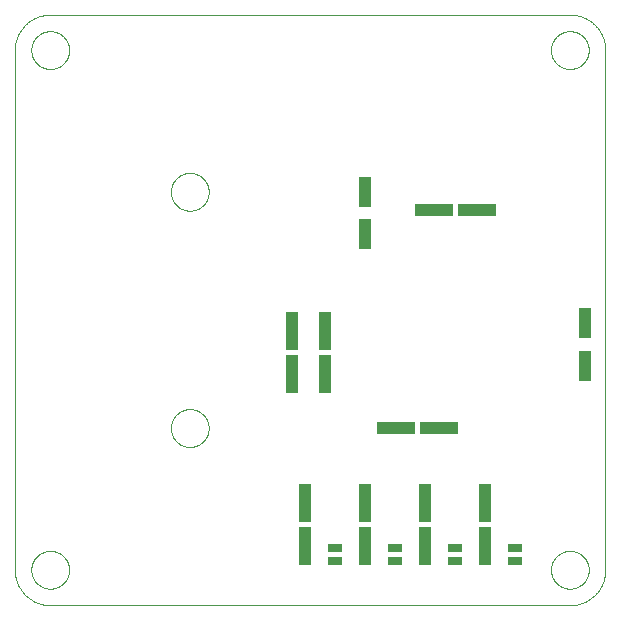
<source format=gtp>
G75*
%MOIN*%
%OFA0B0*%
%FSLAX25Y25*%
%IPPOS*%
%LPD*%
%AMOC8*
5,1,8,0,0,1.08239X$1,22.5*
%
%ADD10C,0.00000*%
%ADD11R,0.03937X0.10236*%
%ADD12R,0.12598X0.03937*%
%ADD13R,0.03937X0.12598*%
%ADD14R,0.04724X0.03150*%
D10*
X0046801Y0017535D02*
X0046801Y0190764D01*
X0052313Y0190764D02*
X0052315Y0190922D01*
X0052321Y0191080D01*
X0052331Y0191238D01*
X0052345Y0191396D01*
X0052363Y0191553D01*
X0052384Y0191710D01*
X0052410Y0191866D01*
X0052440Y0192022D01*
X0052473Y0192177D01*
X0052511Y0192330D01*
X0052552Y0192483D01*
X0052597Y0192635D01*
X0052646Y0192786D01*
X0052699Y0192935D01*
X0052755Y0193083D01*
X0052815Y0193229D01*
X0052879Y0193374D01*
X0052947Y0193517D01*
X0053018Y0193659D01*
X0053092Y0193799D01*
X0053170Y0193936D01*
X0053252Y0194072D01*
X0053336Y0194206D01*
X0053425Y0194337D01*
X0053516Y0194466D01*
X0053611Y0194593D01*
X0053708Y0194718D01*
X0053809Y0194840D01*
X0053913Y0194959D01*
X0054020Y0195076D01*
X0054130Y0195190D01*
X0054243Y0195301D01*
X0054358Y0195410D01*
X0054476Y0195515D01*
X0054597Y0195617D01*
X0054720Y0195717D01*
X0054846Y0195813D01*
X0054974Y0195906D01*
X0055104Y0195996D01*
X0055237Y0196082D01*
X0055372Y0196166D01*
X0055508Y0196245D01*
X0055647Y0196322D01*
X0055788Y0196394D01*
X0055930Y0196464D01*
X0056074Y0196529D01*
X0056220Y0196591D01*
X0056367Y0196649D01*
X0056516Y0196704D01*
X0056666Y0196755D01*
X0056817Y0196802D01*
X0056969Y0196845D01*
X0057122Y0196884D01*
X0057277Y0196920D01*
X0057432Y0196951D01*
X0057588Y0196979D01*
X0057744Y0197003D01*
X0057901Y0197023D01*
X0058059Y0197039D01*
X0058216Y0197051D01*
X0058375Y0197059D01*
X0058533Y0197063D01*
X0058691Y0197063D01*
X0058849Y0197059D01*
X0059008Y0197051D01*
X0059165Y0197039D01*
X0059323Y0197023D01*
X0059480Y0197003D01*
X0059636Y0196979D01*
X0059792Y0196951D01*
X0059947Y0196920D01*
X0060102Y0196884D01*
X0060255Y0196845D01*
X0060407Y0196802D01*
X0060558Y0196755D01*
X0060708Y0196704D01*
X0060857Y0196649D01*
X0061004Y0196591D01*
X0061150Y0196529D01*
X0061294Y0196464D01*
X0061436Y0196394D01*
X0061577Y0196322D01*
X0061716Y0196245D01*
X0061852Y0196166D01*
X0061987Y0196082D01*
X0062120Y0195996D01*
X0062250Y0195906D01*
X0062378Y0195813D01*
X0062504Y0195717D01*
X0062627Y0195617D01*
X0062748Y0195515D01*
X0062866Y0195410D01*
X0062981Y0195301D01*
X0063094Y0195190D01*
X0063204Y0195076D01*
X0063311Y0194959D01*
X0063415Y0194840D01*
X0063516Y0194718D01*
X0063613Y0194593D01*
X0063708Y0194466D01*
X0063799Y0194337D01*
X0063888Y0194206D01*
X0063972Y0194072D01*
X0064054Y0193936D01*
X0064132Y0193799D01*
X0064206Y0193659D01*
X0064277Y0193517D01*
X0064345Y0193374D01*
X0064409Y0193229D01*
X0064469Y0193083D01*
X0064525Y0192935D01*
X0064578Y0192786D01*
X0064627Y0192635D01*
X0064672Y0192483D01*
X0064713Y0192330D01*
X0064751Y0192177D01*
X0064784Y0192022D01*
X0064814Y0191866D01*
X0064840Y0191710D01*
X0064861Y0191553D01*
X0064879Y0191396D01*
X0064893Y0191238D01*
X0064903Y0191080D01*
X0064909Y0190922D01*
X0064911Y0190764D01*
X0064909Y0190606D01*
X0064903Y0190448D01*
X0064893Y0190290D01*
X0064879Y0190132D01*
X0064861Y0189975D01*
X0064840Y0189818D01*
X0064814Y0189662D01*
X0064784Y0189506D01*
X0064751Y0189351D01*
X0064713Y0189198D01*
X0064672Y0189045D01*
X0064627Y0188893D01*
X0064578Y0188742D01*
X0064525Y0188593D01*
X0064469Y0188445D01*
X0064409Y0188299D01*
X0064345Y0188154D01*
X0064277Y0188011D01*
X0064206Y0187869D01*
X0064132Y0187729D01*
X0064054Y0187592D01*
X0063972Y0187456D01*
X0063888Y0187322D01*
X0063799Y0187191D01*
X0063708Y0187062D01*
X0063613Y0186935D01*
X0063516Y0186810D01*
X0063415Y0186688D01*
X0063311Y0186569D01*
X0063204Y0186452D01*
X0063094Y0186338D01*
X0062981Y0186227D01*
X0062866Y0186118D01*
X0062748Y0186013D01*
X0062627Y0185911D01*
X0062504Y0185811D01*
X0062378Y0185715D01*
X0062250Y0185622D01*
X0062120Y0185532D01*
X0061987Y0185446D01*
X0061852Y0185362D01*
X0061716Y0185283D01*
X0061577Y0185206D01*
X0061436Y0185134D01*
X0061294Y0185064D01*
X0061150Y0184999D01*
X0061004Y0184937D01*
X0060857Y0184879D01*
X0060708Y0184824D01*
X0060558Y0184773D01*
X0060407Y0184726D01*
X0060255Y0184683D01*
X0060102Y0184644D01*
X0059947Y0184608D01*
X0059792Y0184577D01*
X0059636Y0184549D01*
X0059480Y0184525D01*
X0059323Y0184505D01*
X0059165Y0184489D01*
X0059008Y0184477D01*
X0058849Y0184469D01*
X0058691Y0184465D01*
X0058533Y0184465D01*
X0058375Y0184469D01*
X0058216Y0184477D01*
X0058059Y0184489D01*
X0057901Y0184505D01*
X0057744Y0184525D01*
X0057588Y0184549D01*
X0057432Y0184577D01*
X0057277Y0184608D01*
X0057122Y0184644D01*
X0056969Y0184683D01*
X0056817Y0184726D01*
X0056666Y0184773D01*
X0056516Y0184824D01*
X0056367Y0184879D01*
X0056220Y0184937D01*
X0056074Y0184999D01*
X0055930Y0185064D01*
X0055788Y0185134D01*
X0055647Y0185206D01*
X0055508Y0185283D01*
X0055372Y0185362D01*
X0055237Y0185446D01*
X0055104Y0185532D01*
X0054974Y0185622D01*
X0054846Y0185715D01*
X0054720Y0185811D01*
X0054597Y0185911D01*
X0054476Y0186013D01*
X0054358Y0186118D01*
X0054243Y0186227D01*
X0054130Y0186338D01*
X0054020Y0186452D01*
X0053913Y0186569D01*
X0053809Y0186688D01*
X0053708Y0186810D01*
X0053611Y0186935D01*
X0053516Y0187062D01*
X0053425Y0187191D01*
X0053336Y0187322D01*
X0053252Y0187456D01*
X0053170Y0187592D01*
X0053092Y0187729D01*
X0053018Y0187869D01*
X0052947Y0188011D01*
X0052879Y0188154D01*
X0052815Y0188299D01*
X0052755Y0188445D01*
X0052699Y0188593D01*
X0052646Y0188742D01*
X0052597Y0188893D01*
X0052552Y0189045D01*
X0052511Y0189198D01*
X0052473Y0189351D01*
X0052440Y0189506D01*
X0052410Y0189662D01*
X0052384Y0189818D01*
X0052363Y0189975D01*
X0052345Y0190132D01*
X0052331Y0190290D01*
X0052321Y0190448D01*
X0052315Y0190606D01*
X0052313Y0190764D01*
X0046801Y0190764D02*
X0046804Y0191049D01*
X0046815Y0191335D01*
X0046832Y0191620D01*
X0046856Y0191904D01*
X0046887Y0192188D01*
X0046925Y0192471D01*
X0046970Y0192752D01*
X0047021Y0193033D01*
X0047079Y0193313D01*
X0047144Y0193591D01*
X0047216Y0193867D01*
X0047294Y0194141D01*
X0047379Y0194414D01*
X0047471Y0194684D01*
X0047569Y0194952D01*
X0047673Y0195218D01*
X0047784Y0195481D01*
X0047901Y0195741D01*
X0048024Y0195999D01*
X0048154Y0196253D01*
X0048290Y0196504D01*
X0048431Y0196752D01*
X0048579Y0196996D01*
X0048732Y0197237D01*
X0048892Y0197473D01*
X0049057Y0197706D01*
X0049227Y0197935D01*
X0049403Y0198160D01*
X0049585Y0198380D01*
X0049771Y0198596D01*
X0049963Y0198807D01*
X0050160Y0199014D01*
X0050362Y0199216D01*
X0050569Y0199413D01*
X0050780Y0199605D01*
X0050996Y0199791D01*
X0051216Y0199973D01*
X0051441Y0200149D01*
X0051670Y0200319D01*
X0051903Y0200484D01*
X0052139Y0200644D01*
X0052380Y0200797D01*
X0052624Y0200945D01*
X0052872Y0201086D01*
X0053123Y0201222D01*
X0053377Y0201352D01*
X0053635Y0201475D01*
X0053895Y0201592D01*
X0054158Y0201703D01*
X0054424Y0201807D01*
X0054692Y0201905D01*
X0054962Y0201997D01*
X0055235Y0202082D01*
X0055509Y0202160D01*
X0055785Y0202232D01*
X0056063Y0202297D01*
X0056343Y0202355D01*
X0056624Y0202406D01*
X0056905Y0202451D01*
X0057188Y0202489D01*
X0057472Y0202520D01*
X0057756Y0202544D01*
X0058041Y0202561D01*
X0058327Y0202572D01*
X0058612Y0202575D01*
X0231840Y0202575D01*
X0225541Y0190764D02*
X0225543Y0190922D01*
X0225549Y0191080D01*
X0225559Y0191238D01*
X0225573Y0191396D01*
X0225591Y0191553D01*
X0225612Y0191710D01*
X0225638Y0191866D01*
X0225668Y0192022D01*
X0225701Y0192177D01*
X0225739Y0192330D01*
X0225780Y0192483D01*
X0225825Y0192635D01*
X0225874Y0192786D01*
X0225927Y0192935D01*
X0225983Y0193083D01*
X0226043Y0193229D01*
X0226107Y0193374D01*
X0226175Y0193517D01*
X0226246Y0193659D01*
X0226320Y0193799D01*
X0226398Y0193936D01*
X0226480Y0194072D01*
X0226564Y0194206D01*
X0226653Y0194337D01*
X0226744Y0194466D01*
X0226839Y0194593D01*
X0226936Y0194718D01*
X0227037Y0194840D01*
X0227141Y0194959D01*
X0227248Y0195076D01*
X0227358Y0195190D01*
X0227471Y0195301D01*
X0227586Y0195410D01*
X0227704Y0195515D01*
X0227825Y0195617D01*
X0227948Y0195717D01*
X0228074Y0195813D01*
X0228202Y0195906D01*
X0228332Y0195996D01*
X0228465Y0196082D01*
X0228600Y0196166D01*
X0228736Y0196245D01*
X0228875Y0196322D01*
X0229016Y0196394D01*
X0229158Y0196464D01*
X0229302Y0196529D01*
X0229448Y0196591D01*
X0229595Y0196649D01*
X0229744Y0196704D01*
X0229894Y0196755D01*
X0230045Y0196802D01*
X0230197Y0196845D01*
X0230350Y0196884D01*
X0230505Y0196920D01*
X0230660Y0196951D01*
X0230816Y0196979D01*
X0230972Y0197003D01*
X0231129Y0197023D01*
X0231287Y0197039D01*
X0231444Y0197051D01*
X0231603Y0197059D01*
X0231761Y0197063D01*
X0231919Y0197063D01*
X0232077Y0197059D01*
X0232236Y0197051D01*
X0232393Y0197039D01*
X0232551Y0197023D01*
X0232708Y0197003D01*
X0232864Y0196979D01*
X0233020Y0196951D01*
X0233175Y0196920D01*
X0233330Y0196884D01*
X0233483Y0196845D01*
X0233635Y0196802D01*
X0233786Y0196755D01*
X0233936Y0196704D01*
X0234085Y0196649D01*
X0234232Y0196591D01*
X0234378Y0196529D01*
X0234522Y0196464D01*
X0234664Y0196394D01*
X0234805Y0196322D01*
X0234944Y0196245D01*
X0235080Y0196166D01*
X0235215Y0196082D01*
X0235348Y0195996D01*
X0235478Y0195906D01*
X0235606Y0195813D01*
X0235732Y0195717D01*
X0235855Y0195617D01*
X0235976Y0195515D01*
X0236094Y0195410D01*
X0236209Y0195301D01*
X0236322Y0195190D01*
X0236432Y0195076D01*
X0236539Y0194959D01*
X0236643Y0194840D01*
X0236744Y0194718D01*
X0236841Y0194593D01*
X0236936Y0194466D01*
X0237027Y0194337D01*
X0237116Y0194206D01*
X0237200Y0194072D01*
X0237282Y0193936D01*
X0237360Y0193799D01*
X0237434Y0193659D01*
X0237505Y0193517D01*
X0237573Y0193374D01*
X0237637Y0193229D01*
X0237697Y0193083D01*
X0237753Y0192935D01*
X0237806Y0192786D01*
X0237855Y0192635D01*
X0237900Y0192483D01*
X0237941Y0192330D01*
X0237979Y0192177D01*
X0238012Y0192022D01*
X0238042Y0191866D01*
X0238068Y0191710D01*
X0238089Y0191553D01*
X0238107Y0191396D01*
X0238121Y0191238D01*
X0238131Y0191080D01*
X0238137Y0190922D01*
X0238139Y0190764D01*
X0238137Y0190606D01*
X0238131Y0190448D01*
X0238121Y0190290D01*
X0238107Y0190132D01*
X0238089Y0189975D01*
X0238068Y0189818D01*
X0238042Y0189662D01*
X0238012Y0189506D01*
X0237979Y0189351D01*
X0237941Y0189198D01*
X0237900Y0189045D01*
X0237855Y0188893D01*
X0237806Y0188742D01*
X0237753Y0188593D01*
X0237697Y0188445D01*
X0237637Y0188299D01*
X0237573Y0188154D01*
X0237505Y0188011D01*
X0237434Y0187869D01*
X0237360Y0187729D01*
X0237282Y0187592D01*
X0237200Y0187456D01*
X0237116Y0187322D01*
X0237027Y0187191D01*
X0236936Y0187062D01*
X0236841Y0186935D01*
X0236744Y0186810D01*
X0236643Y0186688D01*
X0236539Y0186569D01*
X0236432Y0186452D01*
X0236322Y0186338D01*
X0236209Y0186227D01*
X0236094Y0186118D01*
X0235976Y0186013D01*
X0235855Y0185911D01*
X0235732Y0185811D01*
X0235606Y0185715D01*
X0235478Y0185622D01*
X0235348Y0185532D01*
X0235215Y0185446D01*
X0235080Y0185362D01*
X0234944Y0185283D01*
X0234805Y0185206D01*
X0234664Y0185134D01*
X0234522Y0185064D01*
X0234378Y0184999D01*
X0234232Y0184937D01*
X0234085Y0184879D01*
X0233936Y0184824D01*
X0233786Y0184773D01*
X0233635Y0184726D01*
X0233483Y0184683D01*
X0233330Y0184644D01*
X0233175Y0184608D01*
X0233020Y0184577D01*
X0232864Y0184549D01*
X0232708Y0184525D01*
X0232551Y0184505D01*
X0232393Y0184489D01*
X0232236Y0184477D01*
X0232077Y0184469D01*
X0231919Y0184465D01*
X0231761Y0184465D01*
X0231603Y0184469D01*
X0231444Y0184477D01*
X0231287Y0184489D01*
X0231129Y0184505D01*
X0230972Y0184525D01*
X0230816Y0184549D01*
X0230660Y0184577D01*
X0230505Y0184608D01*
X0230350Y0184644D01*
X0230197Y0184683D01*
X0230045Y0184726D01*
X0229894Y0184773D01*
X0229744Y0184824D01*
X0229595Y0184879D01*
X0229448Y0184937D01*
X0229302Y0184999D01*
X0229158Y0185064D01*
X0229016Y0185134D01*
X0228875Y0185206D01*
X0228736Y0185283D01*
X0228600Y0185362D01*
X0228465Y0185446D01*
X0228332Y0185532D01*
X0228202Y0185622D01*
X0228074Y0185715D01*
X0227948Y0185811D01*
X0227825Y0185911D01*
X0227704Y0186013D01*
X0227586Y0186118D01*
X0227471Y0186227D01*
X0227358Y0186338D01*
X0227248Y0186452D01*
X0227141Y0186569D01*
X0227037Y0186688D01*
X0226936Y0186810D01*
X0226839Y0186935D01*
X0226744Y0187062D01*
X0226653Y0187191D01*
X0226564Y0187322D01*
X0226480Y0187456D01*
X0226398Y0187592D01*
X0226320Y0187729D01*
X0226246Y0187869D01*
X0226175Y0188011D01*
X0226107Y0188154D01*
X0226043Y0188299D01*
X0225983Y0188445D01*
X0225927Y0188593D01*
X0225874Y0188742D01*
X0225825Y0188893D01*
X0225780Y0189045D01*
X0225739Y0189198D01*
X0225701Y0189351D01*
X0225668Y0189506D01*
X0225638Y0189662D01*
X0225612Y0189818D01*
X0225591Y0189975D01*
X0225573Y0190132D01*
X0225559Y0190290D01*
X0225549Y0190448D01*
X0225543Y0190606D01*
X0225541Y0190764D01*
X0231840Y0202575D02*
X0232125Y0202572D01*
X0232411Y0202561D01*
X0232696Y0202544D01*
X0232980Y0202520D01*
X0233264Y0202489D01*
X0233547Y0202451D01*
X0233828Y0202406D01*
X0234109Y0202355D01*
X0234389Y0202297D01*
X0234667Y0202232D01*
X0234943Y0202160D01*
X0235217Y0202082D01*
X0235490Y0201997D01*
X0235760Y0201905D01*
X0236028Y0201807D01*
X0236294Y0201703D01*
X0236557Y0201592D01*
X0236817Y0201475D01*
X0237075Y0201352D01*
X0237329Y0201222D01*
X0237580Y0201086D01*
X0237828Y0200945D01*
X0238072Y0200797D01*
X0238313Y0200644D01*
X0238549Y0200484D01*
X0238782Y0200319D01*
X0239011Y0200149D01*
X0239236Y0199973D01*
X0239456Y0199791D01*
X0239672Y0199605D01*
X0239883Y0199413D01*
X0240090Y0199216D01*
X0240292Y0199014D01*
X0240489Y0198807D01*
X0240681Y0198596D01*
X0240867Y0198380D01*
X0241049Y0198160D01*
X0241225Y0197935D01*
X0241395Y0197706D01*
X0241560Y0197473D01*
X0241720Y0197237D01*
X0241873Y0196996D01*
X0242021Y0196752D01*
X0242162Y0196504D01*
X0242298Y0196253D01*
X0242428Y0195999D01*
X0242551Y0195741D01*
X0242668Y0195481D01*
X0242779Y0195218D01*
X0242883Y0194952D01*
X0242981Y0194684D01*
X0243073Y0194414D01*
X0243158Y0194141D01*
X0243236Y0193867D01*
X0243308Y0193591D01*
X0243373Y0193313D01*
X0243431Y0193033D01*
X0243482Y0192752D01*
X0243527Y0192471D01*
X0243565Y0192188D01*
X0243596Y0191904D01*
X0243620Y0191620D01*
X0243637Y0191335D01*
X0243648Y0191049D01*
X0243651Y0190764D01*
X0243651Y0017535D01*
X0225541Y0017535D02*
X0225543Y0017693D01*
X0225549Y0017851D01*
X0225559Y0018009D01*
X0225573Y0018167D01*
X0225591Y0018324D01*
X0225612Y0018481D01*
X0225638Y0018637D01*
X0225668Y0018793D01*
X0225701Y0018948D01*
X0225739Y0019101D01*
X0225780Y0019254D01*
X0225825Y0019406D01*
X0225874Y0019557D01*
X0225927Y0019706D01*
X0225983Y0019854D01*
X0226043Y0020000D01*
X0226107Y0020145D01*
X0226175Y0020288D01*
X0226246Y0020430D01*
X0226320Y0020570D01*
X0226398Y0020707D01*
X0226480Y0020843D01*
X0226564Y0020977D01*
X0226653Y0021108D01*
X0226744Y0021237D01*
X0226839Y0021364D01*
X0226936Y0021489D01*
X0227037Y0021611D01*
X0227141Y0021730D01*
X0227248Y0021847D01*
X0227358Y0021961D01*
X0227471Y0022072D01*
X0227586Y0022181D01*
X0227704Y0022286D01*
X0227825Y0022388D01*
X0227948Y0022488D01*
X0228074Y0022584D01*
X0228202Y0022677D01*
X0228332Y0022767D01*
X0228465Y0022853D01*
X0228600Y0022937D01*
X0228736Y0023016D01*
X0228875Y0023093D01*
X0229016Y0023165D01*
X0229158Y0023235D01*
X0229302Y0023300D01*
X0229448Y0023362D01*
X0229595Y0023420D01*
X0229744Y0023475D01*
X0229894Y0023526D01*
X0230045Y0023573D01*
X0230197Y0023616D01*
X0230350Y0023655D01*
X0230505Y0023691D01*
X0230660Y0023722D01*
X0230816Y0023750D01*
X0230972Y0023774D01*
X0231129Y0023794D01*
X0231287Y0023810D01*
X0231444Y0023822D01*
X0231603Y0023830D01*
X0231761Y0023834D01*
X0231919Y0023834D01*
X0232077Y0023830D01*
X0232236Y0023822D01*
X0232393Y0023810D01*
X0232551Y0023794D01*
X0232708Y0023774D01*
X0232864Y0023750D01*
X0233020Y0023722D01*
X0233175Y0023691D01*
X0233330Y0023655D01*
X0233483Y0023616D01*
X0233635Y0023573D01*
X0233786Y0023526D01*
X0233936Y0023475D01*
X0234085Y0023420D01*
X0234232Y0023362D01*
X0234378Y0023300D01*
X0234522Y0023235D01*
X0234664Y0023165D01*
X0234805Y0023093D01*
X0234944Y0023016D01*
X0235080Y0022937D01*
X0235215Y0022853D01*
X0235348Y0022767D01*
X0235478Y0022677D01*
X0235606Y0022584D01*
X0235732Y0022488D01*
X0235855Y0022388D01*
X0235976Y0022286D01*
X0236094Y0022181D01*
X0236209Y0022072D01*
X0236322Y0021961D01*
X0236432Y0021847D01*
X0236539Y0021730D01*
X0236643Y0021611D01*
X0236744Y0021489D01*
X0236841Y0021364D01*
X0236936Y0021237D01*
X0237027Y0021108D01*
X0237116Y0020977D01*
X0237200Y0020843D01*
X0237282Y0020707D01*
X0237360Y0020570D01*
X0237434Y0020430D01*
X0237505Y0020288D01*
X0237573Y0020145D01*
X0237637Y0020000D01*
X0237697Y0019854D01*
X0237753Y0019706D01*
X0237806Y0019557D01*
X0237855Y0019406D01*
X0237900Y0019254D01*
X0237941Y0019101D01*
X0237979Y0018948D01*
X0238012Y0018793D01*
X0238042Y0018637D01*
X0238068Y0018481D01*
X0238089Y0018324D01*
X0238107Y0018167D01*
X0238121Y0018009D01*
X0238131Y0017851D01*
X0238137Y0017693D01*
X0238139Y0017535D01*
X0238137Y0017377D01*
X0238131Y0017219D01*
X0238121Y0017061D01*
X0238107Y0016903D01*
X0238089Y0016746D01*
X0238068Y0016589D01*
X0238042Y0016433D01*
X0238012Y0016277D01*
X0237979Y0016122D01*
X0237941Y0015969D01*
X0237900Y0015816D01*
X0237855Y0015664D01*
X0237806Y0015513D01*
X0237753Y0015364D01*
X0237697Y0015216D01*
X0237637Y0015070D01*
X0237573Y0014925D01*
X0237505Y0014782D01*
X0237434Y0014640D01*
X0237360Y0014500D01*
X0237282Y0014363D01*
X0237200Y0014227D01*
X0237116Y0014093D01*
X0237027Y0013962D01*
X0236936Y0013833D01*
X0236841Y0013706D01*
X0236744Y0013581D01*
X0236643Y0013459D01*
X0236539Y0013340D01*
X0236432Y0013223D01*
X0236322Y0013109D01*
X0236209Y0012998D01*
X0236094Y0012889D01*
X0235976Y0012784D01*
X0235855Y0012682D01*
X0235732Y0012582D01*
X0235606Y0012486D01*
X0235478Y0012393D01*
X0235348Y0012303D01*
X0235215Y0012217D01*
X0235080Y0012133D01*
X0234944Y0012054D01*
X0234805Y0011977D01*
X0234664Y0011905D01*
X0234522Y0011835D01*
X0234378Y0011770D01*
X0234232Y0011708D01*
X0234085Y0011650D01*
X0233936Y0011595D01*
X0233786Y0011544D01*
X0233635Y0011497D01*
X0233483Y0011454D01*
X0233330Y0011415D01*
X0233175Y0011379D01*
X0233020Y0011348D01*
X0232864Y0011320D01*
X0232708Y0011296D01*
X0232551Y0011276D01*
X0232393Y0011260D01*
X0232236Y0011248D01*
X0232077Y0011240D01*
X0231919Y0011236D01*
X0231761Y0011236D01*
X0231603Y0011240D01*
X0231444Y0011248D01*
X0231287Y0011260D01*
X0231129Y0011276D01*
X0230972Y0011296D01*
X0230816Y0011320D01*
X0230660Y0011348D01*
X0230505Y0011379D01*
X0230350Y0011415D01*
X0230197Y0011454D01*
X0230045Y0011497D01*
X0229894Y0011544D01*
X0229744Y0011595D01*
X0229595Y0011650D01*
X0229448Y0011708D01*
X0229302Y0011770D01*
X0229158Y0011835D01*
X0229016Y0011905D01*
X0228875Y0011977D01*
X0228736Y0012054D01*
X0228600Y0012133D01*
X0228465Y0012217D01*
X0228332Y0012303D01*
X0228202Y0012393D01*
X0228074Y0012486D01*
X0227948Y0012582D01*
X0227825Y0012682D01*
X0227704Y0012784D01*
X0227586Y0012889D01*
X0227471Y0012998D01*
X0227358Y0013109D01*
X0227248Y0013223D01*
X0227141Y0013340D01*
X0227037Y0013459D01*
X0226936Y0013581D01*
X0226839Y0013706D01*
X0226744Y0013833D01*
X0226653Y0013962D01*
X0226564Y0014093D01*
X0226480Y0014227D01*
X0226398Y0014363D01*
X0226320Y0014500D01*
X0226246Y0014640D01*
X0226175Y0014782D01*
X0226107Y0014925D01*
X0226043Y0015070D01*
X0225983Y0015216D01*
X0225927Y0015364D01*
X0225874Y0015513D01*
X0225825Y0015664D01*
X0225780Y0015816D01*
X0225739Y0015969D01*
X0225701Y0016122D01*
X0225668Y0016277D01*
X0225638Y0016433D01*
X0225612Y0016589D01*
X0225591Y0016746D01*
X0225573Y0016903D01*
X0225559Y0017061D01*
X0225549Y0017219D01*
X0225543Y0017377D01*
X0225541Y0017535D01*
X0231840Y0005724D02*
X0232125Y0005727D01*
X0232411Y0005738D01*
X0232696Y0005755D01*
X0232980Y0005779D01*
X0233264Y0005810D01*
X0233547Y0005848D01*
X0233828Y0005893D01*
X0234109Y0005944D01*
X0234389Y0006002D01*
X0234667Y0006067D01*
X0234943Y0006139D01*
X0235217Y0006217D01*
X0235490Y0006302D01*
X0235760Y0006394D01*
X0236028Y0006492D01*
X0236294Y0006596D01*
X0236557Y0006707D01*
X0236817Y0006824D01*
X0237075Y0006947D01*
X0237329Y0007077D01*
X0237580Y0007213D01*
X0237828Y0007354D01*
X0238072Y0007502D01*
X0238313Y0007655D01*
X0238549Y0007815D01*
X0238782Y0007980D01*
X0239011Y0008150D01*
X0239236Y0008326D01*
X0239456Y0008508D01*
X0239672Y0008694D01*
X0239883Y0008886D01*
X0240090Y0009083D01*
X0240292Y0009285D01*
X0240489Y0009492D01*
X0240681Y0009703D01*
X0240867Y0009919D01*
X0241049Y0010139D01*
X0241225Y0010364D01*
X0241395Y0010593D01*
X0241560Y0010826D01*
X0241720Y0011062D01*
X0241873Y0011303D01*
X0242021Y0011547D01*
X0242162Y0011795D01*
X0242298Y0012046D01*
X0242428Y0012300D01*
X0242551Y0012558D01*
X0242668Y0012818D01*
X0242779Y0013081D01*
X0242883Y0013347D01*
X0242981Y0013615D01*
X0243073Y0013885D01*
X0243158Y0014158D01*
X0243236Y0014432D01*
X0243308Y0014708D01*
X0243373Y0014986D01*
X0243431Y0015266D01*
X0243482Y0015547D01*
X0243527Y0015828D01*
X0243565Y0016111D01*
X0243596Y0016395D01*
X0243620Y0016679D01*
X0243637Y0016964D01*
X0243648Y0017250D01*
X0243651Y0017535D01*
X0231840Y0005724D02*
X0058612Y0005724D01*
X0052313Y0017535D02*
X0052315Y0017693D01*
X0052321Y0017851D01*
X0052331Y0018009D01*
X0052345Y0018167D01*
X0052363Y0018324D01*
X0052384Y0018481D01*
X0052410Y0018637D01*
X0052440Y0018793D01*
X0052473Y0018948D01*
X0052511Y0019101D01*
X0052552Y0019254D01*
X0052597Y0019406D01*
X0052646Y0019557D01*
X0052699Y0019706D01*
X0052755Y0019854D01*
X0052815Y0020000D01*
X0052879Y0020145D01*
X0052947Y0020288D01*
X0053018Y0020430D01*
X0053092Y0020570D01*
X0053170Y0020707D01*
X0053252Y0020843D01*
X0053336Y0020977D01*
X0053425Y0021108D01*
X0053516Y0021237D01*
X0053611Y0021364D01*
X0053708Y0021489D01*
X0053809Y0021611D01*
X0053913Y0021730D01*
X0054020Y0021847D01*
X0054130Y0021961D01*
X0054243Y0022072D01*
X0054358Y0022181D01*
X0054476Y0022286D01*
X0054597Y0022388D01*
X0054720Y0022488D01*
X0054846Y0022584D01*
X0054974Y0022677D01*
X0055104Y0022767D01*
X0055237Y0022853D01*
X0055372Y0022937D01*
X0055508Y0023016D01*
X0055647Y0023093D01*
X0055788Y0023165D01*
X0055930Y0023235D01*
X0056074Y0023300D01*
X0056220Y0023362D01*
X0056367Y0023420D01*
X0056516Y0023475D01*
X0056666Y0023526D01*
X0056817Y0023573D01*
X0056969Y0023616D01*
X0057122Y0023655D01*
X0057277Y0023691D01*
X0057432Y0023722D01*
X0057588Y0023750D01*
X0057744Y0023774D01*
X0057901Y0023794D01*
X0058059Y0023810D01*
X0058216Y0023822D01*
X0058375Y0023830D01*
X0058533Y0023834D01*
X0058691Y0023834D01*
X0058849Y0023830D01*
X0059008Y0023822D01*
X0059165Y0023810D01*
X0059323Y0023794D01*
X0059480Y0023774D01*
X0059636Y0023750D01*
X0059792Y0023722D01*
X0059947Y0023691D01*
X0060102Y0023655D01*
X0060255Y0023616D01*
X0060407Y0023573D01*
X0060558Y0023526D01*
X0060708Y0023475D01*
X0060857Y0023420D01*
X0061004Y0023362D01*
X0061150Y0023300D01*
X0061294Y0023235D01*
X0061436Y0023165D01*
X0061577Y0023093D01*
X0061716Y0023016D01*
X0061852Y0022937D01*
X0061987Y0022853D01*
X0062120Y0022767D01*
X0062250Y0022677D01*
X0062378Y0022584D01*
X0062504Y0022488D01*
X0062627Y0022388D01*
X0062748Y0022286D01*
X0062866Y0022181D01*
X0062981Y0022072D01*
X0063094Y0021961D01*
X0063204Y0021847D01*
X0063311Y0021730D01*
X0063415Y0021611D01*
X0063516Y0021489D01*
X0063613Y0021364D01*
X0063708Y0021237D01*
X0063799Y0021108D01*
X0063888Y0020977D01*
X0063972Y0020843D01*
X0064054Y0020707D01*
X0064132Y0020570D01*
X0064206Y0020430D01*
X0064277Y0020288D01*
X0064345Y0020145D01*
X0064409Y0020000D01*
X0064469Y0019854D01*
X0064525Y0019706D01*
X0064578Y0019557D01*
X0064627Y0019406D01*
X0064672Y0019254D01*
X0064713Y0019101D01*
X0064751Y0018948D01*
X0064784Y0018793D01*
X0064814Y0018637D01*
X0064840Y0018481D01*
X0064861Y0018324D01*
X0064879Y0018167D01*
X0064893Y0018009D01*
X0064903Y0017851D01*
X0064909Y0017693D01*
X0064911Y0017535D01*
X0064909Y0017377D01*
X0064903Y0017219D01*
X0064893Y0017061D01*
X0064879Y0016903D01*
X0064861Y0016746D01*
X0064840Y0016589D01*
X0064814Y0016433D01*
X0064784Y0016277D01*
X0064751Y0016122D01*
X0064713Y0015969D01*
X0064672Y0015816D01*
X0064627Y0015664D01*
X0064578Y0015513D01*
X0064525Y0015364D01*
X0064469Y0015216D01*
X0064409Y0015070D01*
X0064345Y0014925D01*
X0064277Y0014782D01*
X0064206Y0014640D01*
X0064132Y0014500D01*
X0064054Y0014363D01*
X0063972Y0014227D01*
X0063888Y0014093D01*
X0063799Y0013962D01*
X0063708Y0013833D01*
X0063613Y0013706D01*
X0063516Y0013581D01*
X0063415Y0013459D01*
X0063311Y0013340D01*
X0063204Y0013223D01*
X0063094Y0013109D01*
X0062981Y0012998D01*
X0062866Y0012889D01*
X0062748Y0012784D01*
X0062627Y0012682D01*
X0062504Y0012582D01*
X0062378Y0012486D01*
X0062250Y0012393D01*
X0062120Y0012303D01*
X0061987Y0012217D01*
X0061852Y0012133D01*
X0061716Y0012054D01*
X0061577Y0011977D01*
X0061436Y0011905D01*
X0061294Y0011835D01*
X0061150Y0011770D01*
X0061004Y0011708D01*
X0060857Y0011650D01*
X0060708Y0011595D01*
X0060558Y0011544D01*
X0060407Y0011497D01*
X0060255Y0011454D01*
X0060102Y0011415D01*
X0059947Y0011379D01*
X0059792Y0011348D01*
X0059636Y0011320D01*
X0059480Y0011296D01*
X0059323Y0011276D01*
X0059165Y0011260D01*
X0059008Y0011248D01*
X0058849Y0011240D01*
X0058691Y0011236D01*
X0058533Y0011236D01*
X0058375Y0011240D01*
X0058216Y0011248D01*
X0058059Y0011260D01*
X0057901Y0011276D01*
X0057744Y0011296D01*
X0057588Y0011320D01*
X0057432Y0011348D01*
X0057277Y0011379D01*
X0057122Y0011415D01*
X0056969Y0011454D01*
X0056817Y0011497D01*
X0056666Y0011544D01*
X0056516Y0011595D01*
X0056367Y0011650D01*
X0056220Y0011708D01*
X0056074Y0011770D01*
X0055930Y0011835D01*
X0055788Y0011905D01*
X0055647Y0011977D01*
X0055508Y0012054D01*
X0055372Y0012133D01*
X0055237Y0012217D01*
X0055104Y0012303D01*
X0054974Y0012393D01*
X0054846Y0012486D01*
X0054720Y0012582D01*
X0054597Y0012682D01*
X0054476Y0012784D01*
X0054358Y0012889D01*
X0054243Y0012998D01*
X0054130Y0013109D01*
X0054020Y0013223D01*
X0053913Y0013340D01*
X0053809Y0013459D01*
X0053708Y0013581D01*
X0053611Y0013706D01*
X0053516Y0013833D01*
X0053425Y0013962D01*
X0053336Y0014093D01*
X0053252Y0014227D01*
X0053170Y0014363D01*
X0053092Y0014500D01*
X0053018Y0014640D01*
X0052947Y0014782D01*
X0052879Y0014925D01*
X0052815Y0015070D01*
X0052755Y0015216D01*
X0052699Y0015364D01*
X0052646Y0015513D01*
X0052597Y0015664D01*
X0052552Y0015816D01*
X0052511Y0015969D01*
X0052473Y0016122D01*
X0052440Y0016277D01*
X0052410Y0016433D01*
X0052384Y0016589D01*
X0052363Y0016746D01*
X0052345Y0016903D01*
X0052331Y0017061D01*
X0052321Y0017219D01*
X0052315Y0017377D01*
X0052313Y0017535D01*
X0046801Y0017535D02*
X0046804Y0017250D01*
X0046815Y0016964D01*
X0046832Y0016679D01*
X0046856Y0016395D01*
X0046887Y0016111D01*
X0046925Y0015828D01*
X0046970Y0015547D01*
X0047021Y0015266D01*
X0047079Y0014986D01*
X0047144Y0014708D01*
X0047216Y0014432D01*
X0047294Y0014158D01*
X0047379Y0013885D01*
X0047471Y0013615D01*
X0047569Y0013347D01*
X0047673Y0013081D01*
X0047784Y0012818D01*
X0047901Y0012558D01*
X0048024Y0012300D01*
X0048154Y0012046D01*
X0048290Y0011795D01*
X0048431Y0011547D01*
X0048579Y0011303D01*
X0048732Y0011062D01*
X0048892Y0010826D01*
X0049057Y0010593D01*
X0049227Y0010364D01*
X0049403Y0010139D01*
X0049585Y0009919D01*
X0049771Y0009703D01*
X0049963Y0009492D01*
X0050160Y0009285D01*
X0050362Y0009083D01*
X0050569Y0008886D01*
X0050780Y0008694D01*
X0050996Y0008508D01*
X0051216Y0008326D01*
X0051441Y0008150D01*
X0051670Y0007980D01*
X0051903Y0007815D01*
X0052139Y0007655D01*
X0052380Y0007502D01*
X0052624Y0007354D01*
X0052872Y0007213D01*
X0053123Y0007077D01*
X0053377Y0006947D01*
X0053635Y0006824D01*
X0053895Y0006707D01*
X0054158Y0006596D01*
X0054424Y0006492D01*
X0054692Y0006394D01*
X0054962Y0006302D01*
X0055235Y0006217D01*
X0055509Y0006139D01*
X0055785Y0006067D01*
X0056063Y0006002D01*
X0056343Y0005944D01*
X0056624Y0005893D01*
X0056905Y0005848D01*
X0057188Y0005810D01*
X0057472Y0005779D01*
X0057756Y0005755D01*
X0058041Y0005738D01*
X0058327Y0005727D01*
X0058612Y0005724D01*
X0098848Y0064780D02*
X0098850Y0064938D01*
X0098856Y0065096D01*
X0098866Y0065254D01*
X0098880Y0065412D01*
X0098898Y0065569D01*
X0098919Y0065726D01*
X0098945Y0065882D01*
X0098975Y0066038D01*
X0099008Y0066193D01*
X0099046Y0066346D01*
X0099087Y0066499D01*
X0099132Y0066651D01*
X0099181Y0066802D01*
X0099234Y0066951D01*
X0099290Y0067099D01*
X0099350Y0067245D01*
X0099414Y0067390D01*
X0099482Y0067533D01*
X0099553Y0067675D01*
X0099627Y0067815D01*
X0099705Y0067952D01*
X0099787Y0068088D01*
X0099871Y0068222D01*
X0099960Y0068353D01*
X0100051Y0068482D01*
X0100146Y0068609D01*
X0100243Y0068734D01*
X0100344Y0068856D01*
X0100448Y0068975D01*
X0100555Y0069092D01*
X0100665Y0069206D01*
X0100778Y0069317D01*
X0100893Y0069426D01*
X0101011Y0069531D01*
X0101132Y0069633D01*
X0101255Y0069733D01*
X0101381Y0069829D01*
X0101509Y0069922D01*
X0101639Y0070012D01*
X0101772Y0070098D01*
X0101907Y0070182D01*
X0102043Y0070261D01*
X0102182Y0070338D01*
X0102323Y0070410D01*
X0102465Y0070480D01*
X0102609Y0070545D01*
X0102755Y0070607D01*
X0102902Y0070665D01*
X0103051Y0070720D01*
X0103201Y0070771D01*
X0103352Y0070818D01*
X0103504Y0070861D01*
X0103657Y0070900D01*
X0103812Y0070936D01*
X0103967Y0070967D01*
X0104123Y0070995D01*
X0104279Y0071019D01*
X0104436Y0071039D01*
X0104594Y0071055D01*
X0104751Y0071067D01*
X0104910Y0071075D01*
X0105068Y0071079D01*
X0105226Y0071079D01*
X0105384Y0071075D01*
X0105543Y0071067D01*
X0105700Y0071055D01*
X0105858Y0071039D01*
X0106015Y0071019D01*
X0106171Y0070995D01*
X0106327Y0070967D01*
X0106482Y0070936D01*
X0106637Y0070900D01*
X0106790Y0070861D01*
X0106942Y0070818D01*
X0107093Y0070771D01*
X0107243Y0070720D01*
X0107392Y0070665D01*
X0107539Y0070607D01*
X0107685Y0070545D01*
X0107829Y0070480D01*
X0107971Y0070410D01*
X0108112Y0070338D01*
X0108251Y0070261D01*
X0108387Y0070182D01*
X0108522Y0070098D01*
X0108655Y0070012D01*
X0108785Y0069922D01*
X0108913Y0069829D01*
X0109039Y0069733D01*
X0109162Y0069633D01*
X0109283Y0069531D01*
X0109401Y0069426D01*
X0109516Y0069317D01*
X0109629Y0069206D01*
X0109739Y0069092D01*
X0109846Y0068975D01*
X0109950Y0068856D01*
X0110051Y0068734D01*
X0110148Y0068609D01*
X0110243Y0068482D01*
X0110334Y0068353D01*
X0110423Y0068222D01*
X0110507Y0068088D01*
X0110589Y0067952D01*
X0110667Y0067815D01*
X0110741Y0067675D01*
X0110812Y0067533D01*
X0110880Y0067390D01*
X0110944Y0067245D01*
X0111004Y0067099D01*
X0111060Y0066951D01*
X0111113Y0066802D01*
X0111162Y0066651D01*
X0111207Y0066499D01*
X0111248Y0066346D01*
X0111286Y0066193D01*
X0111319Y0066038D01*
X0111349Y0065882D01*
X0111375Y0065726D01*
X0111396Y0065569D01*
X0111414Y0065412D01*
X0111428Y0065254D01*
X0111438Y0065096D01*
X0111444Y0064938D01*
X0111446Y0064780D01*
X0111444Y0064622D01*
X0111438Y0064464D01*
X0111428Y0064306D01*
X0111414Y0064148D01*
X0111396Y0063991D01*
X0111375Y0063834D01*
X0111349Y0063678D01*
X0111319Y0063522D01*
X0111286Y0063367D01*
X0111248Y0063214D01*
X0111207Y0063061D01*
X0111162Y0062909D01*
X0111113Y0062758D01*
X0111060Y0062609D01*
X0111004Y0062461D01*
X0110944Y0062315D01*
X0110880Y0062170D01*
X0110812Y0062027D01*
X0110741Y0061885D01*
X0110667Y0061745D01*
X0110589Y0061608D01*
X0110507Y0061472D01*
X0110423Y0061338D01*
X0110334Y0061207D01*
X0110243Y0061078D01*
X0110148Y0060951D01*
X0110051Y0060826D01*
X0109950Y0060704D01*
X0109846Y0060585D01*
X0109739Y0060468D01*
X0109629Y0060354D01*
X0109516Y0060243D01*
X0109401Y0060134D01*
X0109283Y0060029D01*
X0109162Y0059927D01*
X0109039Y0059827D01*
X0108913Y0059731D01*
X0108785Y0059638D01*
X0108655Y0059548D01*
X0108522Y0059462D01*
X0108387Y0059378D01*
X0108251Y0059299D01*
X0108112Y0059222D01*
X0107971Y0059150D01*
X0107829Y0059080D01*
X0107685Y0059015D01*
X0107539Y0058953D01*
X0107392Y0058895D01*
X0107243Y0058840D01*
X0107093Y0058789D01*
X0106942Y0058742D01*
X0106790Y0058699D01*
X0106637Y0058660D01*
X0106482Y0058624D01*
X0106327Y0058593D01*
X0106171Y0058565D01*
X0106015Y0058541D01*
X0105858Y0058521D01*
X0105700Y0058505D01*
X0105543Y0058493D01*
X0105384Y0058485D01*
X0105226Y0058481D01*
X0105068Y0058481D01*
X0104910Y0058485D01*
X0104751Y0058493D01*
X0104594Y0058505D01*
X0104436Y0058521D01*
X0104279Y0058541D01*
X0104123Y0058565D01*
X0103967Y0058593D01*
X0103812Y0058624D01*
X0103657Y0058660D01*
X0103504Y0058699D01*
X0103352Y0058742D01*
X0103201Y0058789D01*
X0103051Y0058840D01*
X0102902Y0058895D01*
X0102755Y0058953D01*
X0102609Y0059015D01*
X0102465Y0059080D01*
X0102323Y0059150D01*
X0102182Y0059222D01*
X0102043Y0059299D01*
X0101907Y0059378D01*
X0101772Y0059462D01*
X0101639Y0059548D01*
X0101509Y0059638D01*
X0101381Y0059731D01*
X0101255Y0059827D01*
X0101132Y0059927D01*
X0101011Y0060029D01*
X0100893Y0060134D01*
X0100778Y0060243D01*
X0100665Y0060354D01*
X0100555Y0060468D01*
X0100448Y0060585D01*
X0100344Y0060704D01*
X0100243Y0060826D01*
X0100146Y0060951D01*
X0100051Y0061078D01*
X0099960Y0061207D01*
X0099871Y0061338D01*
X0099787Y0061472D01*
X0099705Y0061608D01*
X0099627Y0061745D01*
X0099553Y0061885D01*
X0099482Y0062027D01*
X0099414Y0062170D01*
X0099350Y0062315D01*
X0099290Y0062461D01*
X0099234Y0062609D01*
X0099181Y0062758D01*
X0099132Y0062909D01*
X0099087Y0063061D01*
X0099046Y0063214D01*
X0099008Y0063367D01*
X0098975Y0063522D01*
X0098945Y0063678D01*
X0098919Y0063834D01*
X0098898Y0063991D01*
X0098880Y0064148D01*
X0098866Y0064306D01*
X0098856Y0064464D01*
X0098850Y0064622D01*
X0098848Y0064780D01*
X0098848Y0143520D02*
X0098850Y0143678D01*
X0098856Y0143836D01*
X0098866Y0143994D01*
X0098880Y0144152D01*
X0098898Y0144309D01*
X0098919Y0144466D01*
X0098945Y0144622D01*
X0098975Y0144778D01*
X0099008Y0144933D01*
X0099046Y0145086D01*
X0099087Y0145239D01*
X0099132Y0145391D01*
X0099181Y0145542D01*
X0099234Y0145691D01*
X0099290Y0145839D01*
X0099350Y0145985D01*
X0099414Y0146130D01*
X0099482Y0146273D01*
X0099553Y0146415D01*
X0099627Y0146555D01*
X0099705Y0146692D01*
X0099787Y0146828D01*
X0099871Y0146962D01*
X0099960Y0147093D01*
X0100051Y0147222D01*
X0100146Y0147349D01*
X0100243Y0147474D01*
X0100344Y0147596D01*
X0100448Y0147715D01*
X0100555Y0147832D01*
X0100665Y0147946D01*
X0100778Y0148057D01*
X0100893Y0148166D01*
X0101011Y0148271D01*
X0101132Y0148373D01*
X0101255Y0148473D01*
X0101381Y0148569D01*
X0101509Y0148662D01*
X0101639Y0148752D01*
X0101772Y0148838D01*
X0101907Y0148922D01*
X0102043Y0149001D01*
X0102182Y0149078D01*
X0102323Y0149150D01*
X0102465Y0149220D01*
X0102609Y0149285D01*
X0102755Y0149347D01*
X0102902Y0149405D01*
X0103051Y0149460D01*
X0103201Y0149511D01*
X0103352Y0149558D01*
X0103504Y0149601D01*
X0103657Y0149640D01*
X0103812Y0149676D01*
X0103967Y0149707D01*
X0104123Y0149735D01*
X0104279Y0149759D01*
X0104436Y0149779D01*
X0104594Y0149795D01*
X0104751Y0149807D01*
X0104910Y0149815D01*
X0105068Y0149819D01*
X0105226Y0149819D01*
X0105384Y0149815D01*
X0105543Y0149807D01*
X0105700Y0149795D01*
X0105858Y0149779D01*
X0106015Y0149759D01*
X0106171Y0149735D01*
X0106327Y0149707D01*
X0106482Y0149676D01*
X0106637Y0149640D01*
X0106790Y0149601D01*
X0106942Y0149558D01*
X0107093Y0149511D01*
X0107243Y0149460D01*
X0107392Y0149405D01*
X0107539Y0149347D01*
X0107685Y0149285D01*
X0107829Y0149220D01*
X0107971Y0149150D01*
X0108112Y0149078D01*
X0108251Y0149001D01*
X0108387Y0148922D01*
X0108522Y0148838D01*
X0108655Y0148752D01*
X0108785Y0148662D01*
X0108913Y0148569D01*
X0109039Y0148473D01*
X0109162Y0148373D01*
X0109283Y0148271D01*
X0109401Y0148166D01*
X0109516Y0148057D01*
X0109629Y0147946D01*
X0109739Y0147832D01*
X0109846Y0147715D01*
X0109950Y0147596D01*
X0110051Y0147474D01*
X0110148Y0147349D01*
X0110243Y0147222D01*
X0110334Y0147093D01*
X0110423Y0146962D01*
X0110507Y0146828D01*
X0110589Y0146692D01*
X0110667Y0146555D01*
X0110741Y0146415D01*
X0110812Y0146273D01*
X0110880Y0146130D01*
X0110944Y0145985D01*
X0111004Y0145839D01*
X0111060Y0145691D01*
X0111113Y0145542D01*
X0111162Y0145391D01*
X0111207Y0145239D01*
X0111248Y0145086D01*
X0111286Y0144933D01*
X0111319Y0144778D01*
X0111349Y0144622D01*
X0111375Y0144466D01*
X0111396Y0144309D01*
X0111414Y0144152D01*
X0111428Y0143994D01*
X0111438Y0143836D01*
X0111444Y0143678D01*
X0111446Y0143520D01*
X0111444Y0143362D01*
X0111438Y0143204D01*
X0111428Y0143046D01*
X0111414Y0142888D01*
X0111396Y0142731D01*
X0111375Y0142574D01*
X0111349Y0142418D01*
X0111319Y0142262D01*
X0111286Y0142107D01*
X0111248Y0141954D01*
X0111207Y0141801D01*
X0111162Y0141649D01*
X0111113Y0141498D01*
X0111060Y0141349D01*
X0111004Y0141201D01*
X0110944Y0141055D01*
X0110880Y0140910D01*
X0110812Y0140767D01*
X0110741Y0140625D01*
X0110667Y0140485D01*
X0110589Y0140348D01*
X0110507Y0140212D01*
X0110423Y0140078D01*
X0110334Y0139947D01*
X0110243Y0139818D01*
X0110148Y0139691D01*
X0110051Y0139566D01*
X0109950Y0139444D01*
X0109846Y0139325D01*
X0109739Y0139208D01*
X0109629Y0139094D01*
X0109516Y0138983D01*
X0109401Y0138874D01*
X0109283Y0138769D01*
X0109162Y0138667D01*
X0109039Y0138567D01*
X0108913Y0138471D01*
X0108785Y0138378D01*
X0108655Y0138288D01*
X0108522Y0138202D01*
X0108387Y0138118D01*
X0108251Y0138039D01*
X0108112Y0137962D01*
X0107971Y0137890D01*
X0107829Y0137820D01*
X0107685Y0137755D01*
X0107539Y0137693D01*
X0107392Y0137635D01*
X0107243Y0137580D01*
X0107093Y0137529D01*
X0106942Y0137482D01*
X0106790Y0137439D01*
X0106637Y0137400D01*
X0106482Y0137364D01*
X0106327Y0137333D01*
X0106171Y0137305D01*
X0106015Y0137281D01*
X0105858Y0137261D01*
X0105700Y0137245D01*
X0105543Y0137233D01*
X0105384Y0137225D01*
X0105226Y0137221D01*
X0105068Y0137221D01*
X0104910Y0137225D01*
X0104751Y0137233D01*
X0104594Y0137245D01*
X0104436Y0137261D01*
X0104279Y0137281D01*
X0104123Y0137305D01*
X0103967Y0137333D01*
X0103812Y0137364D01*
X0103657Y0137400D01*
X0103504Y0137439D01*
X0103352Y0137482D01*
X0103201Y0137529D01*
X0103051Y0137580D01*
X0102902Y0137635D01*
X0102755Y0137693D01*
X0102609Y0137755D01*
X0102465Y0137820D01*
X0102323Y0137890D01*
X0102182Y0137962D01*
X0102043Y0138039D01*
X0101907Y0138118D01*
X0101772Y0138202D01*
X0101639Y0138288D01*
X0101509Y0138378D01*
X0101381Y0138471D01*
X0101255Y0138567D01*
X0101132Y0138667D01*
X0101011Y0138769D01*
X0100893Y0138874D01*
X0100778Y0138983D01*
X0100665Y0139094D01*
X0100555Y0139208D01*
X0100448Y0139325D01*
X0100344Y0139444D01*
X0100243Y0139566D01*
X0100146Y0139691D01*
X0100051Y0139818D01*
X0099960Y0139947D01*
X0099871Y0140078D01*
X0099787Y0140212D01*
X0099705Y0140348D01*
X0099627Y0140485D01*
X0099553Y0140625D01*
X0099482Y0140767D01*
X0099414Y0140910D01*
X0099350Y0141055D01*
X0099290Y0141201D01*
X0099234Y0141349D01*
X0099181Y0141498D01*
X0099132Y0141649D01*
X0099087Y0141801D01*
X0099046Y0141954D01*
X0099008Y0142107D01*
X0098975Y0142262D01*
X0098945Y0142418D01*
X0098919Y0142574D01*
X0098898Y0142731D01*
X0098880Y0142888D01*
X0098866Y0143046D01*
X0098856Y0143204D01*
X0098850Y0143362D01*
X0098848Y0143520D01*
D11*
X0163651Y0143598D03*
X0163651Y0129425D03*
X0236801Y0099661D03*
X0236801Y0085488D03*
D12*
X0188100Y0064937D03*
X0173927Y0064937D03*
X0186564Y0137575D03*
X0200738Y0137575D03*
D13*
X0150088Y0097024D03*
X0139301Y0097024D03*
X0139301Y0082850D03*
X0150088Y0082850D03*
X0143651Y0039661D03*
X0143651Y0025488D03*
X0163651Y0025488D03*
X0163651Y0039661D03*
X0183651Y0039661D03*
X0183651Y0025488D03*
X0203651Y0025488D03*
X0203651Y0039661D03*
D14*
X0213651Y0024661D03*
X0213651Y0020488D03*
X0193651Y0020488D03*
X0193651Y0024661D03*
X0173651Y0024661D03*
X0173651Y0020488D03*
X0153651Y0020488D03*
X0153651Y0024661D03*
M02*

</source>
